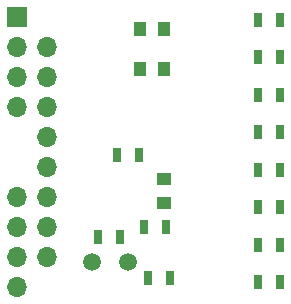
<source format=gbr>
G04 #@! TF.FileFunction,Soldermask,Bot*
%FSLAX46Y46*%
G04 Gerber Fmt 4.6, Leading zero omitted, Abs format (unit mm)*
G04 Created by KiCad (PCBNEW 4.0.0-rc1-stable) date 23/04/2017 15:22:08*
%MOMM*%
G01*
G04 APERTURE LIST*
%ADD10C,0.076200*%
%ADD11R,1.250000X1.000000*%
%ADD12R,1.000000X1.250000*%
%ADD13R,1.700000X1.700000*%
%ADD14O,1.700000X1.700000*%
%ADD15R,0.700000X1.300000*%
%ADD16C,1.500000*%
G04 APERTURE END LIST*
D10*
D11*
X168148000Y-123460000D03*
X168148000Y-125460000D03*
D12*
X166132000Y-114173000D03*
X168132000Y-114173000D03*
X168132000Y-110744000D03*
X166132000Y-110744000D03*
D13*
X155702000Y-109728000D03*
D14*
X155702000Y-112268000D03*
X158242000Y-112268000D03*
X155702000Y-114808000D03*
X158242000Y-114808000D03*
X155702000Y-117348000D03*
X158242000Y-117348000D03*
X158242000Y-119888000D03*
X158242000Y-122428000D03*
X155702000Y-124968000D03*
X158242000Y-124968000D03*
X155702000Y-127508000D03*
X158242000Y-127508000D03*
X155702000Y-130048000D03*
X158242000Y-130048000D03*
X155702000Y-132588000D03*
D15*
X168336000Y-127508000D03*
X166436000Y-127508000D03*
X166050000Y-121412000D03*
X164150000Y-121412000D03*
X168653500Y-131826000D03*
X166753500Y-131826000D03*
X164424400Y-128371600D03*
X162524400Y-128371600D03*
X176088000Y-109982000D03*
X177988000Y-109982000D03*
X176088000Y-113157000D03*
X177988000Y-113157000D03*
X176088000Y-116332000D03*
X177988000Y-116332000D03*
X176088000Y-119507000D03*
X177988000Y-119507000D03*
X176088000Y-122682000D03*
X177988000Y-122682000D03*
X176088000Y-125857000D03*
X177988000Y-125857000D03*
X176088000Y-129032000D03*
X177988000Y-129032000D03*
X176088000Y-132207000D03*
X177988000Y-132207000D03*
D16*
X162076000Y-130454400D03*
X165076000Y-130454400D03*
M02*

</source>
